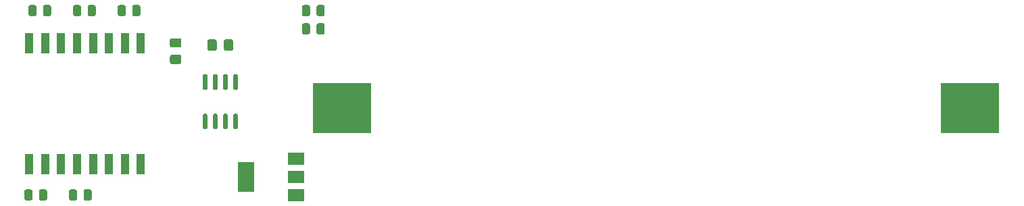
<source format=gbr>
%TF.GenerationSoftware,KiCad,Pcbnew,(5.1.9)-1*%
%TF.CreationDate,2021-03-29T21:17:45+02:00*%
%TF.ProjectId,ESP_Windowsensor,4553505f-5769-46e6-946f-7773656e736f,rev?*%
%TF.SameCoordinates,Original*%
%TF.FileFunction,Paste,Top*%
%TF.FilePolarity,Positive*%
%FSLAX46Y46*%
G04 Gerber Fmt 4.6, Leading zero omitted, Abs format (unit mm)*
G04 Created by KiCad (PCBNEW (5.1.9)-1) date 2021-03-29 21:17:45*
%MOMM*%
%LPD*%
G01*
G04 APERTURE LIST*
%ADD10R,2.000000X1.500000*%
%ADD11R,2.000000X3.800000*%
%ADD12R,1.000000X2.500000*%
%ADD13R,7.340000X6.350000*%
G04 APERTURE END LIST*
%TO.C,R7*%
G36*
G01*
X51924000Y-63049999D02*
X51924000Y-63950001D01*
G75*
G02*
X51674001Y-64200000I-249999J0D01*
G01*
X51148999Y-64200000D01*
G75*
G02*
X50899000Y-63950001I0J249999D01*
G01*
X50899000Y-63049999D01*
G75*
G02*
X51148999Y-62800000I249999J0D01*
G01*
X51674001Y-62800000D01*
G75*
G02*
X51924000Y-63049999I0J-249999D01*
G01*
G37*
G36*
G01*
X53749000Y-63049999D02*
X53749000Y-63950001D01*
G75*
G02*
X53499001Y-64200000I-249999J0D01*
G01*
X52973999Y-64200000D01*
G75*
G02*
X52724000Y-63950001I0J249999D01*
G01*
X52724000Y-63049999D01*
G75*
G02*
X52973999Y-62800000I249999J0D01*
G01*
X53499001Y-62800000D01*
G75*
G02*
X53749000Y-63049999I0J-249999D01*
G01*
G37*
%TD*%
%TO.C,R6*%
G36*
G01*
X51416000Y-86163999D02*
X51416000Y-87064001D01*
G75*
G02*
X51166001Y-87314000I-249999J0D01*
G01*
X50640999Y-87314000D01*
G75*
G02*
X50391000Y-87064001I0J249999D01*
G01*
X50391000Y-86163999D01*
G75*
G02*
X50640999Y-85914000I249999J0D01*
G01*
X51166001Y-85914000D01*
G75*
G02*
X51416000Y-86163999I0J-249999D01*
G01*
G37*
G36*
G01*
X53241000Y-86163999D02*
X53241000Y-87064001D01*
G75*
G02*
X52991001Y-87314000I-249999J0D01*
G01*
X52465999Y-87314000D01*
G75*
G02*
X52216000Y-87064001I0J249999D01*
G01*
X52216000Y-86163999D01*
G75*
G02*
X52465999Y-85914000I249999J0D01*
G01*
X52991001Y-85914000D01*
G75*
G02*
X53241000Y-86163999I0J-249999D01*
G01*
G37*
%TD*%
%TO.C,R5*%
G36*
G01*
X63900000Y-63950001D02*
X63900000Y-63049999D01*
G75*
G02*
X64149999Y-62800000I249999J0D01*
G01*
X64675001Y-62800000D01*
G75*
G02*
X64925000Y-63049999I0J-249999D01*
G01*
X64925000Y-63950001D01*
G75*
G02*
X64675001Y-64200000I-249999J0D01*
G01*
X64149999Y-64200000D01*
G75*
G02*
X63900000Y-63950001I0J249999D01*
G01*
G37*
G36*
G01*
X62075000Y-63950001D02*
X62075000Y-63049999D01*
G75*
G02*
X62324999Y-62800000I249999J0D01*
G01*
X62850001Y-62800000D01*
G75*
G02*
X63100000Y-63049999I0J-249999D01*
G01*
X63100000Y-63950001D01*
G75*
G02*
X62850001Y-64200000I-249999J0D01*
G01*
X62324999Y-64200000D01*
G75*
G02*
X62075000Y-63950001I0J249999D01*
G01*
G37*
%TD*%
%TO.C,R4*%
G36*
G01*
X57804000Y-87064001D02*
X57804000Y-86163999D01*
G75*
G02*
X58053999Y-85914000I249999J0D01*
G01*
X58579001Y-85914000D01*
G75*
G02*
X58829000Y-86163999I0J-249999D01*
G01*
X58829000Y-87064001D01*
G75*
G02*
X58579001Y-87314000I-249999J0D01*
G01*
X58053999Y-87314000D01*
G75*
G02*
X57804000Y-87064001I0J249999D01*
G01*
G37*
G36*
G01*
X55979000Y-87064001D02*
X55979000Y-86163999D01*
G75*
G02*
X56228999Y-85914000I249999J0D01*
G01*
X56754001Y-85914000D01*
G75*
G02*
X57004000Y-86163999I0J-249999D01*
G01*
X57004000Y-87064001D01*
G75*
G02*
X56754001Y-87314000I-249999J0D01*
G01*
X56228999Y-87314000D01*
G75*
G02*
X55979000Y-87064001I0J249999D01*
G01*
G37*
%TD*%
%TO.C,C4*%
G36*
G01*
X75380000Y-68293000D02*
X75380000Y-67343000D01*
G75*
G02*
X75630000Y-67093000I250000J0D01*
G01*
X76305000Y-67093000D01*
G75*
G02*
X76555000Y-67343000I0J-250000D01*
G01*
X76555000Y-68293000D01*
G75*
G02*
X76305000Y-68543000I-250000J0D01*
G01*
X75630000Y-68543000D01*
G75*
G02*
X75380000Y-68293000I0J250000D01*
G01*
G37*
G36*
G01*
X73305000Y-68293000D02*
X73305000Y-67343000D01*
G75*
G02*
X73555000Y-67093000I250000J0D01*
G01*
X74230000Y-67093000D01*
G75*
G02*
X74480000Y-67343000I0J-250000D01*
G01*
X74480000Y-68293000D01*
G75*
G02*
X74230000Y-68543000I-250000J0D01*
G01*
X73555000Y-68543000D01*
G75*
G02*
X73305000Y-68293000I0J250000D01*
G01*
G37*
%TD*%
%TO.C,C3*%
G36*
G01*
X69817000Y-68130000D02*
X68867000Y-68130000D01*
G75*
G02*
X68617000Y-67880000I0J250000D01*
G01*
X68617000Y-67205000D01*
G75*
G02*
X68867000Y-66955000I250000J0D01*
G01*
X69817000Y-66955000D01*
G75*
G02*
X70067000Y-67205000I0J-250000D01*
G01*
X70067000Y-67880000D01*
G75*
G02*
X69817000Y-68130000I-250000J0D01*
G01*
G37*
G36*
G01*
X69817000Y-70205000D02*
X68867000Y-70205000D01*
G75*
G02*
X68617000Y-69955000I0J250000D01*
G01*
X68617000Y-69280000D01*
G75*
G02*
X68867000Y-69030000I250000J0D01*
G01*
X69817000Y-69030000D01*
G75*
G02*
X70067000Y-69280000I0J-250000D01*
G01*
X70067000Y-69955000D01*
G75*
G02*
X69817000Y-70205000I-250000J0D01*
G01*
G37*
%TD*%
%TO.C,R3*%
G36*
G01*
X86982000Y-66236001D02*
X86982000Y-65335999D01*
G75*
G02*
X87231999Y-65086000I249999J0D01*
G01*
X87757001Y-65086000D01*
G75*
G02*
X88007000Y-65335999I0J-249999D01*
G01*
X88007000Y-66236001D01*
G75*
G02*
X87757001Y-66486000I-249999J0D01*
G01*
X87231999Y-66486000D01*
G75*
G02*
X86982000Y-66236001I0J249999D01*
G01*
G37*
G36*
G01*
X85157000Y-66236001D02*
X85157000Y-65335999D01*
G75*
G02*
X85406999Y-65086000I249999J0D01*
G01*
X85932001Y-65086000D01*
G75*
G02*
X86182000Y-65335999I0J-249999D01*
G01*
X86182000Y-66236001D01*
G75*
G02*
X85932001Y-66486000I-249999J0D01*
G01*
X85406999Y-66486000D01*
G75*
G02*
X85157000Y-66236001I0J249999D01*
G01*
G37*
%TD*%
%TO.C,R2*%
G36*
G01*
X86982000Y-63950001D02*
X86982000Y-63049999D01*
G75*
G02*
X87231999Y-62800000I249999J0D01*
G01*
X87757001Y-62800000D01*
G75*
G02*
X88007000Y-63049999I0J-249999D01*
G01*
X88007000Y-63950001D01*
G75*
G02*
X87757001Y-64200000I-249999J0D01*
G01*
X87231999Y-64200000D01*
G75*
G02*
X86982000Y-63950001I0J249999D01*
G01*
G37*
G36*
G01*
X85157000Y-63950001D02*
X85157000Y-63049999D01*
G75*
G02*
X85406999Y-62800000I249999J0D01*
G01*
X85932001Y-62800000D01*
G75*
G02*
X86182000Y-63049999I0J-249999D01*
G01*
X86182000Y-63950001D01*
G75*
G02*
X85932001Y-64200000I-249999J0D01*
G01*
X85406999Y-64200000D01*
G75*
G02*
X85157000Y-63950001I0J249999D01*
G01*
G37*
%TD*%
%TO.C,R1*%
G36*
G01*
X58312000Y-63950001D02*
X58312000Y-63049999D01*
G75*
G02*
X58561999Y-62800000I249999J0D01*
G01*
X59087001Y-62800000D01*
G75*
G02*
X59337000Y-63049999I0J-249999D01*
G01*
X59337000Y-63950001D01*
G75*
G02*
X59087001Y-64200000I-249999J0D01*
G01*
X58561999Y-64200000D01*
G75*
G02*
X58312000Y-63950001I0J249999D01*
G01*
G37*
G36*
G01*
X56487000Y-63950001D02*
X56487000Y-63049999D01*
G75*
G02*
X56736999Y-62800000I249999J0D01*
G01*
X57262001Y-62800000D01*
G75*
G02*
X57512000Y-63049999I0J-249999D01*
G01*
X57512000Y-63950001D01*
G75*
G02*
X57262001Y-64200000I-249999J0D01*
G01*
X56736999Y-64200000D01*
G75*
G02*
X56487000Y-63950001I0J249999D01*
G01*
G37*
%TD*%
D10*
%TO.C,Q1*%
X84430000Y-86628000D03*
X84430000Y-82028000D03*
X84430000Y-84328000D03*
D11*
X78130000Y-84328000D03*
%TD*%
D12*
%TO.C,IC2*%
X50980000Y-82784000D03*
X52980000Y-82784000D03*
X54980000Y-82784000D03*
X56980000Y-82784000D03*
X58980000Y-82784000D03*
X60980000Y-82784000D03*
X62980000Y-82784000D03*
X64980000Y-82784000D03*
X64980000Y-67584000D03*
X62980000Y-67584000D03*
X60980000Y-67584000D03*
X58980000Y-67584000D03*
X56980000Y-67584000D03*
X54980000Y-67584000D03*
X52980000Y-67584000D03*
X50980000Y-67584000D03*
%TD*%
%TO.C,IC1*%
G36*
G01*
X73175000Y-73430000D02*
X72875000Y-73430000D01*
G75*
G02*
X72725000Y-73280000I0J150000D01*
G01*
X72725000Y-71630000D01*
G75*
G02*
X72875000Y-71480000I150000J0D01*
G01*
X73175000Y-71480000D01*
G75*
G02*
X73325000Y-71630000I0J-150000D01*
G01*
X73325000Y-73280000D01*
G75*
G02*
X73175000Y-73430000I-150000J0D01*
G01*
G37*
G36*
G01*
X74445000Y-73430000D02*
X74145000Y-73430000D01*
G75*
G02*
X73995000Y-73280000I0J150000D01*
G01*
X73995000Y-71630000D01*
G75*
G02*
X74145000Y-71480000I150000J0D01*
G01*
X74445000Y-71480000D01*
G75*
G02*
X74595000Y-71630000I0J-150000D01*
G01*
X74595000Y-73280000D01*
G75*
G02*
X74445000Y-73430000I-150000J0D01*
G01*
G37*
G36*
G01*
X75715000Y-73430000D02*
X75415000Y-73430000D01*
G75*
G02*
X75265000Y-73280000I0J150000D01*
G01*
X75265000Y-71630000D01*
G75*
G02*
X75415000Y-71480000I150000J0D01*
G01*
X75715000Y-71480000D01*
G75*
G02*
X75865000Y-71630000I0J-150000D01*
G01*
X75865000Y-73280000D01*
G75*
G02*
X75715000Y-73430000I-150000J0D01*
G01*
G37*
G36*
G01*
X76985000Y-73430000D02*
X76685000Y-73430000D01*
G75*
G02*
X76535000Y-73280000I0J150000D01*
G01*
X76535000Y-71630000D01*
G75*
G02*
X76685000Y-71480000I150000J0D01*
G01*
X76985000Y-71480000D01*
G75*
G02*
X77135000Y-71630000I0J-150000D01*
G01*
X77135000Y-73280000D01*
G75*
G02*
X76985000Y-73430000I-150000J0D01*
G01*
G37*
G36*
G01*
X76985000Y-78380000D02*
X76685000Y-78380000D01*
G75*
G02*
X76535000Y-78230000I0J150000D01*
G01*
X76535000Y-76580000D01*
G75*
G02*
X76685000Y-76430000I150000J0D01*
G01*
X76985000Y-76430000D01*
G75*
G02*
X77135000Y-76580000I0J-150000D01*
G01*
X77135000Y-78230000D01*
G75*
G02*
X76985000Y-78380000I-150000J0D01*
G01*
G37*
G36*
G01*
X75715000Y-78380000D02*
X75415000Y-78380000D01*
G75*
G02*
X75265000Y-78230000I0J150000D01*
G01*
X75265000Y-76580000D01*
G75*
G02*
X75415000Y-76430000I150000J0D01*
G01*
X75715000Y-76430000D01*
G75*
G02*
X75865000Y-76580000I0J-150000D01*
G01*
X75865000Y-78230000D01*
G75*
G02*
X75715000Y-78380000I-150000J0D01*
G01*
G37*
G36*
G01*
X74445000Y-78380000D02*
X74145000Y-78380000D01*
G75*
G02*
X73995000Y-78230000I0J150000D01*
G01*
X73995000Y-76580000D01*
G75*
G02*
X74145000Y-76430000I150000J0D01*
G01*
X74445000Y-76430000D01*
G75*
G02*
X74595000Y-76580000I0J-150000D01*
G01*
X74595000Y-78230000D01*
G75*
G02*
X74445000Y-78380000I-150000J0D01*
G01*
G37*
G36*
G01*
X73175000Y-78380000D02*
X72875000Y-78380000D01*
G75*
G02*
X72725000Y-78230000I0J150000D01*
G01*
X72725000Y-76580000D01*
G75*
G02*
X72875000Y-76430000I150000J0D01*
G01*
X73175000Y-76430000D01*
G75*
G02*
X73325000Y-76580000I0J-150000D01*
G01*
X73325000Y-78230000D01*
G75*
G02*
X73175000Y-78380000I-150000J0D01*
G01*
G37*
%TD*%
D13*
%TO.C,BT1*%
X168870000Y-75692000D03*
X90210000Y-75692000D03*
%TD*%
M02*

</source>
